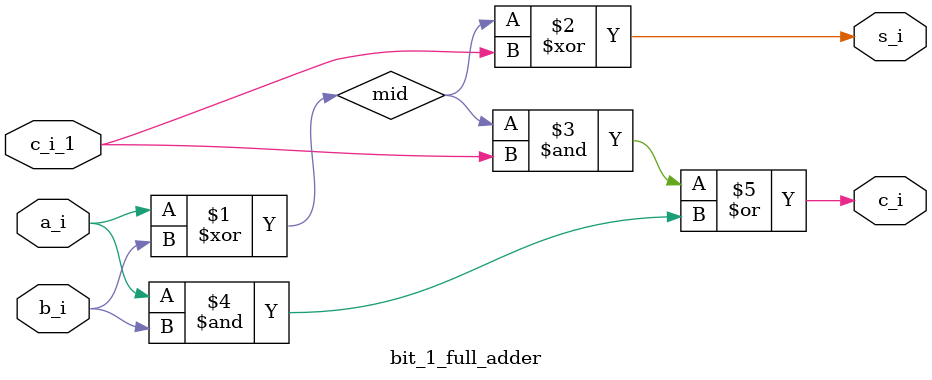
<source format=v>
`timescale 1ns / 1ps
module bit_1_full_adder(
    
    // 1 bit inputs
    input a_i,
    input b_i,
    input c_i_1,
    // 1 bit outputs
    output s_i,
    output c_i
    );

    wire mid = a_i^b_i;

    // The Sum Output
    assign s_i = mid^c_i_1;

    // The Carry Output
    assign c_i = ( mid & c_i_1 )|(a_i & b_i);

endmodule
</source>
